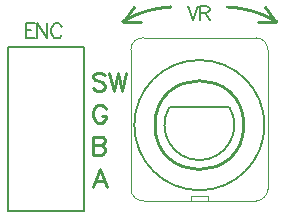
<source format=gto>
G04 Layer_Color=65535*
%FSLAX23Y23*%
%MOIN*%
G70*
G01*
G75*
%ADD10C,0.008*%
%ADD12C,0.010*%
%ADD19C,0.004*%
%ADD20C,0.004*%
%ADD21C,0.006*%
D10*
X2648Y3588D02*
G03*
X2850Y3588I101J-58D01*
G01*
X2966Y3530D02*
G03*
X2966Y3530I-217J0D01*
G01*
X2651Y3589D02*
X2848D01*
X2111Y3792D02*
X2364D01*
Y3245D02*
Y3792D01*
X2111Y3245D02*
X2364D01*
X2111D02*
Y3792D01*
X2710Y3927D02*
X2728Y3880D01*
X2746Y3927D02*
X2728Y3880D01*
X2752Y3927D02*
Y3880D01*
Y3927D02*
X2772D01*
X2779Y3925D01*
X2781Y3923D01*
X2784Y3918D01*
Y3914D01*
X2781Y3909D01*
X2779Y3907D01*
X2772Y3905D01*
X2752D01*
X2768D02*
X2784Y3880D01*
D12*
X2897Y3530D02*
G03*
X2897Y3530I-148J0D01*
G01*
X3006Y3876D02*
G03*
X2843Y3924I-181J-314D01*
G01*
X2655D02*
G03*
X2493Y3876I19J-362D01*
G01*
X2968Y3924D02*
X3005Y3874D01*
X2493D02*
X2530Y3924D01*
X2943Y3874D02*
X3005D01*
X2493D02*
X2555D01*
X2435Y3696D02*
X2429Y3702D01*
X2421Y3705D01*
X2409D01*
X2401Y3702D01*
X2395Y3696D01*
Y3691D01*
X2398Y3685D01*
X2401Y3682D01*
X2406Y3679D01*
X2424Y3674D01*
X2429Y3671D01*
X2432Y3668D01*
X2435Y3662D01*
Y3654D01*
X2429Y3648D01*
X2421Y3645D01*
X2409D01*
X2401Y3648D01*
X2395Y3654D01*
X2448Y3705D02*
X2463Y3645D01*
X2477Y3705D02*
X2463Y3645D01*
X2477Y3705D02*
X2491Y3645D01*
X2506Y3705D02*
X2491Y3645D01*
X2438Y3584D02*
X2435Y3590D01*
X2429Y3595D01*
X2424Y3598D01*
X2412D01*
X2406Y3595D01*
X2401Y3590D01*
X2398Y3584D01*
X2395Y3575D01*
Y3561D01*
X2398Y3553D01*
X2401Y3547D01*
X2406Y3541D01*
X2412Y3538D01*
X2424D01*
X2429Y3541D01*
X2435Y3547D01*
X2438Y3553D01*
Y3561D01*
X2424D02*
X2438D01*
X2395Y3492D02*
Y3432D01*
Y3492D02*
X2421D01*
X2429Y3489D01*
X2432Y3486D01*
X2435Y3480D01*
Y3475D01*
X2432Y3469D01*
X2429Y3466D01*
X2421Y3463D01*
X2395D02*
X2421D01*
X2429Y3460D01*
X2432Y3457D01*
X2435Y3452D01*
Y3443D01*
X2432Y3437D01*
X2429Y3435D01*
X2421Y3432D01*
X2395D01*
X2441Y3325D02*
X2418Y3385D01*
X2395Y3325D01*
X2404Y3345D02*
X2432D01*
D19*
X2564Y3821D02*
G03*
X2521Y3782I-4J-39D01*
G01*
X2977D02*
G03*
X2938Y3821I-39J0D01*
G01*
X2521Y3317D02*
G03*
X2564Y3278I39J0D01*
G01*
X2938Y3278D02*
G03*
X2977Y3317I0J39D01*
G01*
D20*
X2564Y3278D02*
X2938D01*
X2564Y3821D02*
X2940D01*
X2722Y3294D02*
X2777D01*
X2977Y3317D02*
Y3782D01*
X2722Y3278D02*
Y3294D01*
X2777Y3278D02*
Y3294D01*
X2521Y3782D02*
X2521Y3317D01*
D21*
X2200Y3869D02*
X2170D01*
Y3820D01*
X2200D01*
X2170Y3846D02*
X2189D01*
X2209Y3869D02*
Y3820D01*
Y3869D02*
X2241Y3820D01*
Y3869D02*
Y3820D01*
X2290Y3857D02*
X2288Y3862D01*
X2283Y3867D01*
X2278Y3869D01*
X2269D01*
X2264Y3867D01*
X2260Y3862D01*
X2257Y3857D01*
X2255Y3850D01*
Y3839D01*
X2257Y3832D01*
X2260Y3827D01*
X2264Y3822D01*
X2269Y3820D01*
X2278D01*
X2283Y3822D01*
X2288Y3827D01*
X2290Y3832D01*
M02*

</source>
